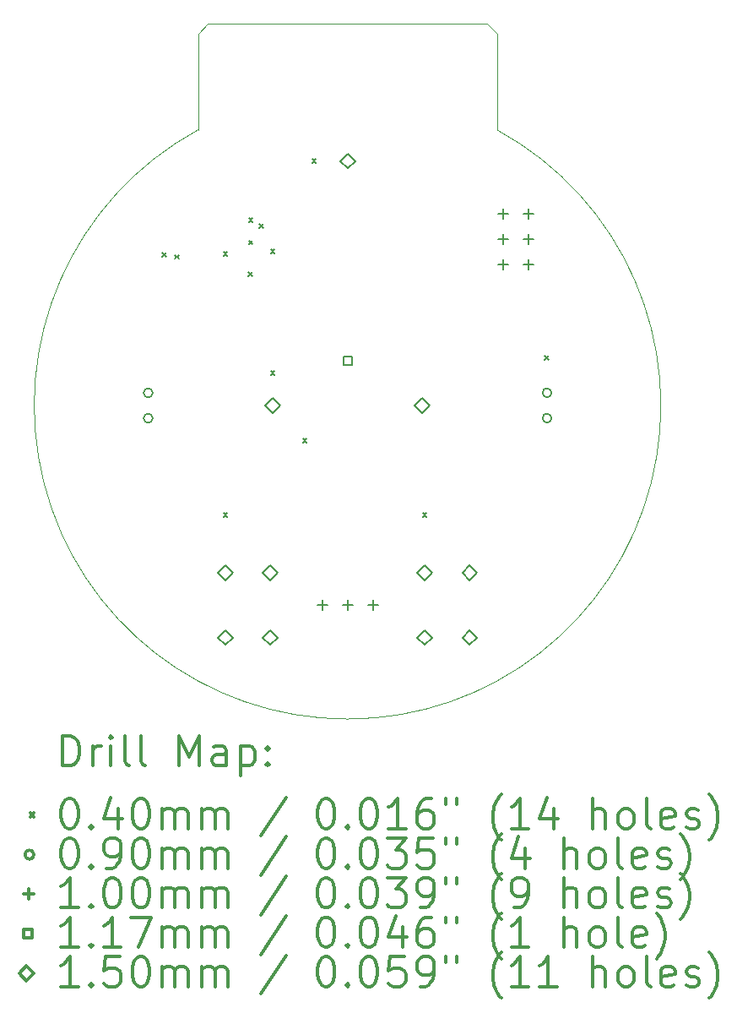
<source format=gbr>
%FSLAX45Y45*%
G04 Gerber Fmt 4.5, Leading zero omitted, Abs format (unit mm)*
G04 Created by KiCad (PCBNEW (5.1.6)-1) date 2020-10-13 14:36:52*
%MOMM*%
%LPD*%
G01*
G04 APERTURE LIST*
%TA.AperFunction,Profile*%
%ADD10C,0.050000*%
%TD*%
%ADD11C,0.200000*%
%ADD12C,0.300000*%
G04 APERTURE END LIST*
D10*
X11500000Y-7239000D02*
G75*
G02*
X8500000Y-7239000I-1500000J-2761000D01*
G01*
X11400000Y-6177800D02*
X11500000Y-6277800D01*
X8600000Y-6177800D02*
X8500000Y-6277800D01*
X11500000Y-6277800D02*
X11500000Y-7239000D01*
X8600000Y-6177800D02*
X11400000Y-6177800D01*
X8500000Y-6277800D02*
X8500000Y-7239000D01*
D11*
X8140936Y-8467974D02*
X8180936Y-8507974D01*
X8180936Y-8467974D02*
X8140936Y-8507974D01*
X8265560Y-8490068D02*
X8305560Y-8530068D01*
X8305560Y-8490068D02*
X8265560Y-8530068D01*
X8755000Y-8462500D02*
X8795000Y-8502500D01*
X8795000Y-8462500D02*
X8755000Y-8502500D01*
X8755000Y-11077500D02*
X8795000Y-11117500D01*
X8795000Y-11077500D02*
X8755000Y-11117500D01*
X9005000Y-8665000D02*
X9045000Y-8705000D01*
X9045000Y-8665000D02*
X9005000Y-8705000D01*
X9010000Y-8347500D02*
X9050000Y-8387500D01*
X9050000Y-8347500D02*
X9010000Y-8387500D01*
X9010015Y-8119985D02*
X9050015Y-8159985D01*
X9050015Y-8119985D02*
X9010015Y-8159985D01*
X9117500Y-8182500D02*
X9157500Y-8222500D01*
X9157500Y-8182500D02*
X9117500Y-8222500D01*
X9230000Y-8435000D02*
X9270000Y-8475000D01*
X9270000Y-8435000D02*
X9230000Y-8475000D01*
X9230000Y-9657500D02*
X9270000Y-9697500D01*
X9270000Y-9657500D02*
X9230000Y-9697500D01*
X9550000Y-10335000D02*
X9590000Y-10375000D01*
X9590000Y-10335000D02*
X9550000Y-10375000D01*
X9645000Y-7530000D02*
X9685000Y-7570000D01*
X9685000Y-7530000D02*
X9645000Y-7570000D01*
X10752500Y-11077500D02*
X10792500Y-11117500D01*
X10792500Y-11077500D02*
X10752500Y-11117500D01*
X11977500Y-9502500D02*
X12017500Y-9542500D01*
X12017500Y-9502500D02*
X11977500Y-9542500D01*
X8045000Y-9873000D02*
G75*
G03*
X8045000Y-9873000I-45000J0D01*
G01*
X8045000Y-10127000D02*
G75*
G03*
X8045000Y-10127000I-45000J0D01*
G01*
X12045000Y-9873000D02*
G75*
G03*
X12045000Y-9873000I-45000J0D01*
G01*
X12045000Y-10127000D02*
G75*
G03*
X12045000Y-10127000I-45000J0D01*
G01*
X11557500Y-8027200D02*
X11557500Y-8127200D01*
X11507500Y-8077200D02*
X11607500Y-8077200D01*
X11557500Y-8281200D02*
X11557500Y-8381200D01*
X11507500Y-8331200D02*
X11607500Y-8331200D01*
X11557500Y-8535200D02*
X11557500Y-8635200D01*
X11507500Y-8585200D02*
X11607500Y-8585200D01*
X11811500Y-8027200D02*
X11811500Y-8127200D01*
X11761500Y-8077200D02*
X11861500Y-8077200D01*
X11811500Y-8281200D02*
X11811500Y-8381200D01*
X11761500Y-8331200D02*
X11861500Y-8331200D01*
X11811500Y-8535200D02*
X11811500Y-8635200D01*
X11761500Y-8585200D02*
X11861500Y-8585200D01*
X9752000Y-11950000D02*
X9752000Y-12050000D01*
X9702000Y-12000000D02*
X9802000Y-12000000D01*
X10006000Y-11950000D02*
X10006000Y-12050000D01*
X9956000Y-12000000D02*
X10056000Y-12000000D01*
X10260000Y-11950000D02*
X10260000Y-12050000D01*
X10210000Y-12000000D02*
X10310000Y-12000000D01*
X10041366Y-9591766D02*
X10041366Y-9509034D01*
X9958634Y-9509034D01*
X9958634Y-9591766D01*
X10041366Y-9591766D01*
X10775000Y-11750000D02*
X10850000Y-11675000D01*
X10775000Y-11600000D01*
X10700000Y-11675000D01*
X10775000Y-11750000D01*
X10775000Y-12400000D02*
X10850000Y-12325000D01*
X10775000Y-12250000D01*
X10700000Y-12325000D01*
X10775000Y-12400000D01*
X11225000Y-11750000D02*
X11300000Y-11675000D01*
X11225000Y-11600000D01*
X11150000Y-11675000D01*
X11225000Y-11750000D01*
X11225000Y-12400000D02*
X11300000Y-12325000D01*
X11225000Y-12250000D01*
X11150000Y-12325000D01*
X11225000Y-12400000D01*
X10000000Y-7625400D02*
X10075000Y-7550400D01*
X10000000Y-7475400D01*
X9925000Y-7550400D01*
X10000000Y-7625400D01*
X8775000Y-11750000D02*
X8850000Y-11675000D01*
X8775000Y-11600000D01*
X8700000Y-11675000D01*
X8775000Y-11750000D01*
X8775000Y-12400000D02*
X8850000Y-12325000D01*
X8775000Y-12250000D01*
X8700000Y-12325000D01*
X8775000Y-12400000D01*
X9225000Y-11750000D02*
X9300000Y-11675000D01*
X9225000Y-11600000D01*
X9150000Y-11675000D01*
X9225000Y-11750000D01*
X9225000Y-12400000D02*
X9300000Y-12325000D01*
X9225000Y-12250000D01*
X9150000Y-12325000D01*
X9225000Y-12400000D01*
X9250000Y-10075000D02*
X9325000Y-10000000D01*
X9250000Y-9925000D01*
X9175000Y-10000000D01*
X9250000Y-10075000D01*
X10750000Y-10075000D02*
X10825000Y-10000000D01*
X10750000Y-9925000D01*
X10675000Y-10000000D01*
X10750000Y-10075000D01*
D12*
X7141776Y-13610367D02*
X7141776Y-13310367D01*
X7213205Y-13310367D01*
X7256062Y-13324652D01*
X7284633Y-13353224D01*
X7298919Y-13381795D01*
X7313205Y-13438938D01*
X7313205Y-13481795D01*
X7298919Y-13538938D01*
X7284633Y-13567509D01*
X7256062Y-13596081D01*
X7213205Y-13610367D01*
X7141776Y-13610367D01*
X7441776Y-13610367D02*
X7441776Y-13410367D01*
X7441776Y-13467509D02*
X7456062Y-13438938D01*
X7470348Y-13424652D01*
X7498919Y-13410367D01*
X7527490Y-13410367D01*
X7627490Y-13610367D02*
X7627490Y-13410367D01*
X7627490Y-13310367D02*
X7613205Y-13324652D01*
X7627490Y-13338938D01*
X7641776Y-13324652D01*
X7627490Y-13310367D01*
X7627490Y-13338938D01*
X7813205Y-13610367D02*
X7784633Y-13596081D01*
X7770348Y-13567509D01*
X7770348Y-13310367D01*
X7970348Y-13610367D02*
X7941776Y-13596081D01*
X7927490Y-13567509D01*
X7927490Y-13310367D01*
X8313205Y-13610367D02*
X8313205Y-13310367D01*
X8413205Y-13524652D01*
X8513205Y-13310367D01*
X8513205Y-13610367D01*
X8784633Y-13610367D02*
X8784633Y-13453224D01*
X8770348Y-13424652D01*
X8741776Y-13410367D01*
X8684633Y-13410367D01*
X8656062Y-13424652D01*
X8784633Y-13596081D02*
X8756062Y-13610367D01*
X8684633Y-13610367D01*
X8656062Y-13596081D01*
X8641776Y-13567509D01*
X8641776Y-13538938D01*
X8656062Y-13510367D01*
X8684633Y-13496081D01*
X8756062Y-13496081D01*
X8784633Y-13481795D01*
X8927490Y-13410367D02*
X8927490Y-13710367D01*
X8927490Y-13424652D02*
X8956062Y-13410367D01*
X9013205Y-13410367D01*
X9041776Y-13424652D01*
X9056062Y-13438938D01*
X9070348Y-13467509D01*
X9070348Y-13553224D01*
X9056062Y-13581795D01*
X9041776Y-13596081D01*
X9013205Y-13610367D01*
X8956062Y-13610367D01*
X8927490Y-13596081D01*
X9198919Y-13581795D02*
X9213205Y-13596081D01*
X9198919Y-13610367D01*
X9184633Y-13596081D01*
X9198919Y-13581795D01*
X9198919Y-13610367D01*
X9198919Y-13424652D02*
X9213205Y-13438938D01*
X9198919Y-13453224D01*
X9184633Y-13438938D01*
X9198919Y-13424652D01*
X9198919Y-13453224D01*
X6815348Y-14084652D02*
X6855348Y-14124652D01*
X6855348Y-14084652D02*
X6815348Y-14124652D01*
X7198919Y-13940367D02*
X7227490Y-13940367D01*
X7256062Y-13954652D01*
X7270348Y-13968938D01*
X7284633Y-13997509D01*
X7298919Y-14054652D01*
X7298919Y-14126081D01*
X7284633Y-14183224D01*
X7270348Y-14211795D01*
X7256062Y-14226081D01*
X7227490Y-14240367D01*
X7198919Y-14240367D01*
X7170348Y-14226081D01*
X7156062Y-14211795D01*
X7141776Y-14183224D01*
X7127490Y-14126081D01*
X7127490Y-14054652D01*
X7141776Y-13997509D01*
X7156062Y-13968938D01*
X7170348Y-13954652D01*
X7198919Y-13940367D01*
X7427490Y-14211795D02*
X7441776Y-14226081D01*
X7427490Y-14240367D01*
X7413205Y-14226081D01*
X7427490Y-14211795D01*
X7427490Y-14240367D01*
X7698919Y-14040367D02*
X7698919Y-14240367D01*
X7627490Y-13926081D02*
X7556062Y-14140367D01*
X7741776Y-14140367D01*
X7913205Y-13940367D02*
X7941776Y-13940367D01*
X7970348Y-13954652D01*
X7984633Y-13968938D01*
X7998919Y-13997509D01*
X8013205Y-14054652D01*
X8013205Y-14126081D01*
X7998919Y-14183224D01*
X7984633Y-14211795D01*
X7970348Y-14226081D01*
X7941776Y-14240367D01*
X7913205Y-14240367D01*
X7884633Y-14226081D01*
X7870348Y-14211795D01*
X7856062Y-14183224D01*
X7841776Y-14126081D01*
X7841776Y-14054652D01*
X7856062Y-13997509D01*
X7870348Y-13968938D01*
X7884633Y-13954652D01*
X7913205Y-13940367D01*
X8141776Y-14240367D02*
X8141776Y-14040367D01*
X8141776Y-14068938D02*
X8156062Y-14054652D01*
X8184633Y-14040367D01*
X8227490Y-14040367D01*
X8256062Y-14054652D01*
X8270348Y-14083224D01*
X8270348Y-14240367D01*
X8270348Y-14083224D02*
X8284633Y-14054652D01*
X8313205Y-14040367D01*
X8356062Y-14040367D01*
X8384633Y-14054652D01*
X8398919Y-14083224D01*
X8398919Y-14240367D01*
X8541776Y-14240367D02*
X8541776Y-14040367D01*
X8541776Y-14068938D02*
X8556062Y-14054652D01*
X8584633Y-14040367D01*
X8627490Y-14040367D01*
X8656062Y-14054652D01*
X8670348Y-14083224D01*
X8670348Y-14240367D01*
X8670348Y-14083224D02*
X8684633Y-14054652D01*
X8713205Y-14040367D01*
X8756062Y-14040367D01*
X8784633Y-14054652D01*
X8798919Y-14083224D01*
X8798919Y-14240367D01*
X9384633Y-13926081D02*
X9127490Y-14311795D01*
X9770348Y-13940367D02*
X9798919Y-13940367D01*
X9827490Y-13954652D01*
X9841776Y-13968938D01*
X9856062Y-13997509D01*
X9870348Y-14054652D01*
X9870348Y-14126081D01*
X9856062Y-14183224D01*
X9841776Y-14211795D01*
X9827490Y-14226081D01*
X9798919Y-14240367D01*
X9770348Y-14240367D01*
X9741776Y-14226081D01*
X9727490Y-14211795D01*
X9713205Y-14183224D01*
X9698919Y-14126081D01*
X9698919Y-14054652D01*
X9713205Y-13997509D01*
X9727490Y-13968938D01*
X9741776Y-13954652D01*
X9770348Y-13940367D01*
X9998919Y-14211795D02*
X10013205Y-14226081D01*
X9998919Y-14240367D01*
X9984633Y-14226081D01*
X9998919Y-14211795D01*
X9998919Y-14240367D01*
X10198919Y-13940367D02*
X10227490Y-13940367D01*
X10256062Y-13954652D01*
X10270348Y-13968938D01*
X10284633Y-13997509D01*
X10298919Y-14054652D01*
X10298919Y-14126081D01*
X10284633Y-14183224D01*
X10270348Y-14211795D01*
X10256062Y-14226081D01*
X10227490Y-14240367D01*
X10198919Y-14240367D01*
X10170348Y-14226081D01*
X10156062Y-14211795D01*
X10141776Y-14183224D01*
X10127490Y-14126081D01*
X10127490Y-14054652D01*
X10141776Y-13997509D01*
X10156062Y-13968938D01*
X10170348Y-13954652D01*
X10198919Y-13940367D01*
X10584633Y-14240367D02*
X10413205Y-14240367D01*
X10498919Y-14240367D02*
X10498919Y-13940367D01*
X10470348Y-13983224D01*
X10441776Y-14011795D01*
X10413205Y-14026081D01*
X10841776Y-13940367D02*
X10784633Y-13940367D01*
X10756062Y-13954652D01*
X10741776Y-13968938D01*
X10713205Y-14011795D01*
X10698919Y-14068938D01*
X10698919Y-14183224D01*
X10713205Y-14211795D01*
X10727490Y-14226081D01*
X10756062Y-14240367D01*
X10813205Y-14240367D01*
X10841776Y-14226081D01*
X10856062Y-14211795D01*
X10870348Y-14183224D01*
X10870348Y-14111795D01*
X10856062Y-14083224D01*
X10841776Y-14068938D01*
X10813205Y-14054652D01*
X10756062Y-14054652D01*
X10727490Y-14068938D01*
X10713205Y-14083224D01*
X10698919Y-14111795D01*
X10984633Y-13940367D02*
X10984633Y-13997509D01*
X11098919Y-13940367D02*
X11098919Y-13997509D01*
X11541776Y-14354652D02*
X11527490Y-14340367D01*
X11498919Y-14297509D01*
X11484633Y-14268938D01*
X11470348Y-14226081D01*
X11456062Y-14154652D01*
X11456062Y-14097509D01*
X11470348Y-14026081D01*
X11484633Y-13983224D01*
X11498919Y-13954652D01*
X11527490Y-13911795D01*
X11541776Y-13897509D01*
X11813205Y-14240367D02*
X11641776Y-14240367D01*
X11727490Y-14240367D02*
X11727490Y-13940367D01*
X11698919Y-13983224D01*
X11670348Y-14011795D01*
X11641776Y-14026081D01*
X12070348Y-14040367D02*
X12070348Y-14240367D01*
X11998919Y-13926081D02*
X11927490Y-14140367D01*
X12113205Y-14140367D01*
X12456062Y-14240367D02*
X12456062Y-13940367D01*
X12584633Y-14240367D02*
X12584633Y-14083224D01*
X12570348Y-14054652D01*
X12541776Y-14040367D01*
X12498919Y-14040367D01*
X12470348Y-14054652D01*
X12456062Y-14068938D01*
X12770348Y-14240367D02*
X12741776Y-14226081D01*
X12727490Y-14211795D01*
X12713205Y-14183224D01*
X12713205Y-14097509D01*
X12727490Y-14068938D01*
X12741776Y-14054652D01*
X12770348Y-14040367D01*
X12813205Y-14040367D01*
X12841776Y-14054652D01*
X12856062Y-14068938D01*
X12870348Y-14097509D01*
X12870348Y-14183224D01*
X12856062Y-14211795D01*
X12841776Y-14226081D01*
X12813205Y-14240367D01*
X12770348Y-14240367D01*
X13041776Y-14240367D02*
X13013205Y-14226081D01*
X12998919Y-14197509D01*
X12998919Y-13940367D01*
X13270348Y-14226081D02*
X13241776Y-14240367D01*
X13184633Y-14240367D01*
X13156062Y-14226081D01*
X13141776Y-14197509D01*
X13141776Y-14083224D01*
X13156062Y-14054652D01*
X13184633Y-14040367D01*
X13241776Y-14040367D01*
X13270348Y-14054652D01*
X13284633Y-14083224D01*
X13284633Y-14111795D01*
X13141776Y-14140367D01*
X13398919Y-14226081D02*
X13427490Y-14240367D01*
X13484633Y-14240367D01*
X13513205Y-14226081D01*
X13527490Y-14197509D01*
X13527490Y-14183224D01*
X13513205Y-14154652D01*
X13484633Y-14140367D01*
X13441776Y-14140367D01*
X13413205Y-14126081D01*
X13398919Y-14097509D01*
X13398919Y-14083224D01*
X13413205Y-14054652D01*
X13441776Y-14040367D01*
X13484633Y-14040367D01*
X13513205Y-14054652D01*
X13627490Y-14354652D02*
X13641776Y-14340367D01*
X13670348Y-14297509D01*
X13684633Y-14268938D01*
X13698919Y-14226081D01*
X13713205Y-14154652D01*
X13713205Y-14097509D01*
X13698919Y-14026081D01*
X13684633Y-13983224D01*
X13670348Y-13954652D01*
X13641776Y-13911795D01*
X13627490Y-13897509D01*
X6855348Y-14500652D02*
G75*
G03*
X6855348Y-14500652I-45000J0D01*
G01*
X7198919Y-14336367D02*
X7227490Y-14336367D01*
X7256062Y-14350652D01*
X7270348Y-14364938D01*
X7284633Y-14393509D01*
X7298919Y-14450652D01*
X7298919Y-14522081D01*
X7284633Y-14579224D01*
X7270348Y-14607795D01*
X7256062Y-14622081D01*
X7227490Y-14636367D01*
X7198919Y-14636367D01*
X7170348Y-14622081D01*
X7156062Y-14607795D01*
X7141776Y-14579224D01*
X7127490Y-14522081D01*
X7127490Y-14450652D01*
X7141776Y-14393509D01*
X7156062Y-14364938D01*
X7170348Y-14350652D01*
X7198919Y-14336367D01*
X7427490Y-14607795D02*
X7441776Y-14622081D01*
X7427490Y-14636367D01*
X7413205Y-14622081D01*
X7427490Y-14607795D01*
X7427490Y-14636367D01*
X7584633Y-14636367D02*
X7641776Y-14636367D01*
X7670348Y-14622081D01*
X7684633Y-14607795D01*
X7713205Y-14564938D01*
X7727490Y-14507795D01*
X7727490Y-14393509D01*
X7713205Y-14364938D01*
X7698919Y-14350652D01*
X7670348Y-14336367D01*
X7613205Y-14336367D01*
X7584633Y-14350652D01*
X7570348Y-14364938D01*
X7556062Y-14393509D01*
X7556062Y-14464938D01*
X7570348Y-14493509D01*
X7584633Y-14507795D01*
X7613205Y-14522081D01*
X7670348Y-14522081D01*
X7698919Y-14507795D01*
X7713205Y-14493509D01*
X7727490Y-14464938D01*
X7913205Y-14336367D02*
X7941776Y-14336367D01*
X7970348Y-14350652D01*
X7984633Y-14364938D01*
X7998919Y-14393509D01*
X8013205Y-14450652D01*
X8013205Y-14522081D01*
X7998919Y-14579224D01*
X7984633Y-14607795D01*
X7970348Y-14622081D01*
X7941776Y-14636367D01*
X7913205Y-14636367D01*
X7884633Y-14622081D01*
X7870348Y-14607795D01*
X7856062Y-14579224D01*
X7841776Y-14522081D01*
X7841776Y-14450652D01*
X7856062Y-14393509D01*
X7870348Y-14364938D01*
X7884633Y-14350652D01*
X7913205Y-14336367D01*
X8141776Y-14636367D02*
X8141776Y-14436367D01*
X8141776Y-14464938D02*
X8156062Y-14450652D01*
X8184633Y-14436367D01*
X8227490Y-14436367D01*
X8256062Y-14450652D01*
X8270348Y-14479224D01*
X8270348Y-14636367D01*
X8270348Y-14479224D02*
X8284633Y-14450652D01*
X8313205Y-14436367D01*
X8356062Y-14436367D01*
X8384633Y-14450652D01*
X8398919Y-14479224D01*
X8398919Y-14636367D01*
X8541776Y-14636367D02*
X8541776Y-14436367D01*
X8541776Y-14464938D02*
X8556062Y-14450652D01*
X8584633Y-14436367D01*
X8627490Y-14436367D01*
X8656062Y-14450652D01*
X8670348Y-14479224D01*
X8670348Y-14636367D01*
X8670348Y-14479224D02*
X8684633Y-14450652D01*
X8713205Y-14436367D01*
X8756062Y-14436367D01*
X8784633Y-14450652D01*
X8798919Y-14479224D01*
X8798919Y-14636367D01*
X9384633Y-14322081D02*
X9127490Y-14707795D01*
X9770348Y-14336367D02*
X9798919Y-14336367D01*
X9827490Y-14350652D01*
X9841776Y-14364938D01*
X9856062Y-14393509D01*
X9870348Y-14450652D01*
X9870348Y-14522081D01*
X9856062Y-14579224D01*
X9841776Y-14607795D01*
X9827490Y-14622081D01*
X9798919Y-14636367D01*
X9770348Y-14636367D01*
X9741776Y-14622081D01*
X9727490Y-14607795D01*
X9713205Y-14579224D01*
X9698919Y-14522081D01*
X9698919Y-14450652D01*
X9713205Y-14393509D01*
X9727490Y-14364938D01*
X9741776Y-14350652D01*
X9770348Y-14336367D01*
X9998919Y-14607795D02*
X10013205Y-14622081D01*
X9998919Y-14636367D01*
X9984633Y-14622081D01*
X9998919Y-14607795D01*
X9998919Y-14636367D01*
X10198919Y-14336367D02*
X10227490Y-14336367D01*
X10256062Y-14350652D01*
X10270348Y-14364938D01*
X10284633Y-14393509D01*
X10298919Y-14450652D01*
X10298919Y-14522081D01*
X10284633Y-14579224D01*
X10270348Y-14607795D01*
X10256062Y-14622081D01*
X10227490Y-14636367D01*
X10198919Y-14636367D01*
X10170348Y-14622081D01*
X10156062Y-14607795D01*
X10141776Y-14579224D01*
X10127490Y-14522081D01*
X10127490Y-14450652D01*
X10141776Y-14393509D01*
X10156062Y-14364938D01*
X10170348Y-14350652D01*
X10198919Y-14336367D01*
X10398919Y-14336367D02*
X10584633Y-14336367D01*
X10484633Y-14450652D01*
X10527490Y-14450652D01*
X10556062Y-14464938D01*
X10570348Y-14479224D01*
X10584633Y-14507795D01*
X10584633Y-14579224D01*
X10570348Y-14607795D01*
X10556062Y-14622081D01*
X10527490Y-14636367D01*
X10441776Y-14636367D01*
X10413205Y-14622081D01*
X10398919Y-14607795D01*
X10856062Y-14336367D02*
X10713205Y-14336367D01*
X10698919Y-14479224D01*
X10713205Y-14464938D01*
X10741776Y-14450652D01*
X10813205Y-14450652D01*
X10841776Y-14464938D01*
X10856062Y-14479224D01*
X10870348Y-14507795D01*
X10870348Y-14579224D01*
X10856062Y-14607795D01*
X10841776Y-14622081D01*
X10813205Y-14636367D01*
X10741776Y-14636367D01*
X10713205Y-14622081D01*
X10698919Y-14607795D01*
X10984633Y-14336367D02*
X10984633Y-14393509D01*
X11098919Y-14336367D02*
X11098919Y-14393509D01*
X11541776Y-14750652D02*
X11527490Y-14736367D01*
X11498919Y-14693509D01*
X11484633Y-14664938D01*
X11470348Y-14622081D01*
X11456062Y-14550652D01*
X11456062Y-14493509D01*
X11470348Y-14422081D01*
X11484633Y-14379224D01*
X11498919Y-14350652D01*
X11527490Y-14307795D01*
X11541776Y-14293509D01*
X11784633Y-14436367D02*
X11784633Y-14636367D01*
X11713205Y-14322081D02*
X11641776Y-14536367D01*
X11827490Y-14536367D01*
X12170348Y-14636367D02*
X12170348Y-14336367D01*
X12298919Y-14636367D02*
X12298919Y-14479224D01*
X12284633Y-14450652D01*
X12256062Y-14436367D01*
X12213205Y-14436367D01*
X12184633Y-14450652D01*
X12170348Y-14464938D01*
X12484633Y-14636367D02*
X12456062Y-14622081D01*
X12441776Y-14607795D01*
X12427490Y-14579224D01*
X12427490Y-14493509D01*
X12441776Y-14464938D01*
X12456062Y-14450652D01*
X12484633Y-14436367D01*
X12527490Y-14436367D01*
X12556062Y-14450652D01*
X12570348Y-14464938D01*
X12584633Y-14493509D01*
X12584633Y-14579224D01*
X12570348Y-14607795D01*
X12556062Y-14622081D01*
X12527490Y-14636367D01*
X12484633Y-14636367D01*
X12756062Y-14636367D02*
X12727490Y-14622081D01*
X12713205Y-14593509D01*
X12713205Y-14336367D01*
X12984633Y-14622081D02*
X12956062Y-14636367D01*
X12898919Y-14636367D01*
X12870348Y-14622081D01*
X12856062Y-14593509D01*
X12856062Y-14479224D01*
X12870348Y-14450652D01*
X12898919Y-14436367D01*
X12956062Y-14436367D01*
X12984633Y-14450652D01*
X12998919Y-14479224D01*
X12998919Y-14507795D01*
X12856062Y-14536367D01*
X13113205Y-14622081D02*
X13141776Y-14636367D01*
X13198919Y-14636367D01*
X13227490Y-14622081D01*
X13241776Y-14593509D01*
X13241776Y-14579224D01*
X13227490Y-14550652D01*
X13198919Y-14536367D01*
X13156062Y-14536367D01*
X13127490Y-14522081D01*
X13113205Y-14493509D01*
X13113205Y-14479224D01*
X13127490Y-14450652D01*
X13156062Y-14436367D01*
X13198919Y-14436367D01*
X13227490Y-14450652D01*
X13341776Y-14750652D02*
X13356062Y-14736367D01*
X13384633Y-14693509D01*
X13398919Y-14664938D01*
X13413205Y-14622081D01*
X13427490Y-14550652D01*
X13427490Y-14493509D01*
X13413205Y-14422081D01*
X13398919Y-14379224D01*
X13384633Y-14350652D01*
X13356062Y-14307795D01*
X13341776Y-14293509D01*
X6805348Y-14846652D02*
X6805348Y-14946652D01*
X6755348Y-14896652D02*
X6855348Y-14896652D01*
X7298919Y-15032367D02*
X7127490Y-15032367D01*
X7213205Y-15032367D02*
X7213205Y-14732367D01*
X7184633Y-14775224D01*
X7156062Y-14803795D01*
X7127490Y-14818081D01*
X7427490Y-15003795D02*
X7441776Y-15018081D01*
X7427490Y-15032367D01*
X7413205Y-15018081D01*
X7427490Y-15003795D01*
X7427490Y-15032367D01*
X7627490Y-14732367D02*
X7656062Y-14732367D01*
X7684633Y-14746652D01*
X7698919Y-14760938D01*
X7713205Y-14789509D01*
X7727490Y-14846652D01*
X7727490Y-14918081D01*
X7713205Y-14975224D01*
X7698919Y-15003795D01*
X7684633Y-15018081D01*
X7656062Y-15032367D01*
X7627490Y-15032367D01*
X7598919Y-15018081D01*
X7584633Y-15003795D01*
X7570348Y-14975224D01*
X7556062Y-14918081D01*
X7556062Y-14846652D01*
X7570348Y-14789509D01*
X7584633Y-14760938D01*
X7598919Y-14746652D01*
X7627490Y-14732367D01*
X7913205Y-14732367D02*
X7941776Y-14732367D01*
X7970348Y-14746652D01*
X7984633Y-14760938D01*
X7998919Y-14789509D01*
X8013205Y-14846652D01*
X8013205Y-14918081D01*
X7998919Y-14975224D01*
X7984633Y-15003795D01*
X7970348Y-15018081D01*
X7941776Y-15032367D01*
X7913205Y-15032367D01*
X7884633Y-15018081D01*
X7870348Y-15003795D01*
X7856062Y-14975224D01*
X7841776Y-14918081D01*
X7841776Y-14846652D01*
X7856062Y-14789509D01*
X7870348Y-14760938D01*
X7884633Y-14746652D01*
X7913205Y-14732367D01*
X8141776Y-15032367D02*
X8141776Y-14832367D01*
X8141776Y-14860938D02*
X8156062Y-14846652D01*
X8184633Y-14832367D01*
X8227490Y-14832367D01*
X8256062Y-14846652D01*
X8270348Y-14875224D01*
X8270348Y-15032367D01*
X8270348Y-14875224D02*
X8284633Y-14846652D01*
X8313205Y-14832367D01*
X8356062Y-14832367D01*
X8384633Y-14846652D01*
X8398919Y-14875224D01*
X8398919Y-15032367D01*
X8541776Y-15032367D02*
X8541776Y-14832367D01*
X8541776Y-14860938D02*
X8556062Y-14846652D01*
X8584633Y-14832367D01*
X8627490Y-14832367D01*
X8656062Y-14846652D01*
X8670348Y-14875224D01*
X8670348Y-15032367D01*
X8670348Y-14875224D02*
X8684633Y-14846652D01*
X8713205Y-14832367D01*
X8756062Y-14832367D01*
X8784633Y-14846652D01*
X8798919Y-14875224D01*
X8798919Y-15032367D01*
X9384633Y-14718081D02*
X9127490Y-15103795D01*
X9770348Y-14732367D02*
X9798919Y-14732367D01*
X9827490Y-14746652D01*
X9841776Y-14760938D01*
X9856062Y-14789509D01*
X9870348Y-14846652D01*
X9870348Y-14918081D01*
X9856062Y-14975224D01*
X9841776Y-15003795D01*
X9827490Y-15018081D01*
X9798919Y-15032367D01*
X9770348Y-15032367D01*
X9741776Y-15018081D01*
X9727490Y-15003795D01*
X9713205Y-14975224D01*
X9698919Y-14918081D01*
X9698919Y-14846652D01*
X9713205Y-14789509D01*
X9727490Y-14760938D01*
X9741776Y-14746652D01*
X9770348Y-14732367D01*
X9998919Y-15003795D02*
X10013205Y-15018081D01*
X9998919Y-15032367D01*
X9984633Y-15018081D01*
X9998919Y-15003795D01*
X9998919Y-15032367D01*
X10198919Y-14732367D02*
X10227490Y-14732367D01*
X10256062Y-14746652D01*
X10270348Y-14760938D01*
X10284633Y-14789509D01*
X10298919Y-14846652D01*
X10298919Y-14918081D01*
X10284633Y-14975224D01*
X10270348Y-15003795D01*
X10256062Y-15018081D01*
X10227490Y-15032367D01*
X10198919Y-15032367D01*
X10170348Y-15018081D01*
X10156062Y-15003795D01*
X10141776Y-14975224D01*
X10127490Y-14918081D01*
X10127490Y-14846652D01*
X10141776Y-14789509D01*
X10156062Y-14760938D01*
X10170348Y-14746652D01*
X10198919Y-14732367D01*
X10398919Y-14732367D02*
X10584633Y-14732367D01*
X10484633Y-14846652D01*
X10527490Y-14846652D01*
X10556062Y-14860938D01*
X10570348Y-14875224D01*
X10584633Y-14903795D01*
X10584633Y-14975224D01*
X10570348Y-15003795D01*
X10556062Y-15018081D01*
X10527490Y-15032367D01*
X10441776Y-15032367D01*
X10413205Y-15018081D01*
X10398919Y-15003795D01*
X10727490Y-15032367D02*
X10784633Y-15032367D01*
X10813205Y-15018081D01*
X10827490Y-15003795D01*
X10856062Y-14960938D01*
X10870348Y-14903795D01*
X10870348Y-14789509D01*
X10856062Y-14760938D01*
X10841776Y-14746652D01*
X10813205Y-14732367D01*
X10756062Y-14732367D01*
X10727490Y-14746652D01*
X10713205Y-14760938D01*
X10698919Y-14789509D01*
X10698919Y-14860938D01*
X10713205Y-14889509D01*
X10727490Y-14903795D01*
X10756062Y-14918081D01*
X10813205Y-14918081D01*
X10841776Y-14903795D01*
X10856062Y-14889509D01*
X10870348Y-14860938D01*
X10984633Y-14732367D02*
X10984633Y-14789509D01*
X11098919Y-14732367D02*
X11098919Y-14789509D01*
X11541776Y-15146652D02*
X11527490Y-15132367D01*
X11498919Y-15089509D01*
X11484633Y-15060938D01*
X11470348Y-15018081D01*
X11456062Y-14946652D01*
X11456062Y-14889509D01*
X11470348Y-14818081D01*
X11484633Y-14775224D01*
X11498919Y-14746652D01*
X11527490Y-14703795D01*
X11541776Y-14689509D01*
X11670348Y-15032367D02*
X11727490Y-15032367D01*
X11756062Y-15018081D01*
X11770348Y-15003795D01*
X11798919Y-14960938D01*
X11813205Y-14903795D01*
X11813205Y-14789509D01*
X11798919Y-14760938D01*
X11784633Y-14746652D01*
X11756062Y-14732367D01*
X11698919Y-14732367D01*
X11670348Y-14746652D01*
X11656062Y-14760938D01*
X11641776Y-14789509D01*
X11641776Y-14860938D01*
X11656062Y-14889509D01*
X11670348Y-14903795D01*
X11698919Y-14918081D01*
X11756062Y-14918081D01*
X11784633Y-14903795D01*
X11798919Y-14889509D01*
X11813205Y-14860938D01*
X12170348Y-15032367D02*
X12170348Y-14732367D01*
X12298919Y-15032367D02*
X12298919Y-14875224D01*
X12284633Y-14846652D01*
X12256062Y-14832367D01*
X12213205Y-14832367D01*
X12184633Y-14846652D01*
X12170348Y-14860938D01*
X12484633Y-15032367D02*
X12456062Y-15018081D01*
X12441776Y-15003795D01*
X12427490Y-14975224D01*
X12427490Y-14889509D01*
X12441776Y-14860938D01*
X12456062Y-14846652D01*
X12484633Y-14832367D01*
X12527490Y-14832367D01*
X12556062Y-14846652D01*
X12570348Y-14860938D01*
X12584633Y-14889509D01*
X12584633Y-14975224D01*
X12570348Y-15003795D01*
X12556062Y-15018081D01*
X12527490Y-15032367D01*
X12484633Y-15032367D01*
X12756062Y-15032367D02*
X12727490Y-15018081D01*
X12713205Y-14989509D01*
X12713205Y-14732367D01*
X12984633Y-15018081D02*
X12956062Y-15032367D01*
X12898919Y-15032367D01*
X12870348Y-15018081D01*
X12856062Y-14989509D01*
X12856062Y-14875224D01*
X12870348Y-14846652D01*
X12898919Y-14832367D01*
X12956062Y-14832367D01*
X12984633Y-14846652D01*
X12998919Y-14875224D01*
X12998919Y-14903795D01*
X12856062Y-14932367D01*
X13113205Y-15018081D02*
X13141776Y-15032367D01*
X13198919Y-15032367D01*
X13227490Y-15018081D01*
X13241776Y-14989509D01*
X13241776Y-14975224D01*
X13227490Y-14946652D01*
X13198919Y-14932367D01*
X13156062Y-14932367D01*
X13127490Y-14918081D01*
X13113205Y-14889509D01*
X13113205Y-14875224D01*
X13127490Y-14846652D01*
X13156062Y-14832367D01*
X13198919Y-14832367D01*
X13227490Y-14846652D01*
X13341776Y-15146652D02*
X13356062Y-15132367D01*
X13384633Y-15089509D01*
X13398919Y-15060938D01*
X13413205Y-15018081D01*
X13427490Y-14946652D01*
X13427490Y-14889509D01*
X13413205Y-14818081D01*
X13398919Y-14775224D01*
X13384633Y-14746652D01*
X13356062Y-14703795D01*
X13341776Y-14689509D01*
X6838214Y-15334018D02*
X6838214Y-15251286D01*
X6755481Y-15251286D01*
X6755481Y-15334018D01*
X6838214Y-15334018D01*
X7298919Y-15428367D02*
X7127490Y-15428367D01*
X7213205Y-15428367D02*
X7213205Y-15128367D01*
X7184633Y-15171224D01*
X7156062Y-15199795D01*
X7127490Y-15214081D01*
X7427490Y-15399795D02*
X7441776Y-15414081D01*
X7427490Y-15428367D01*
X7413205Y-15414081D01*
X7427490Y-15399795D01*
X7427490Y-15428367D01*
X7727490Y-15428367D02*
X7556062Y-15428367D01*
X7641776Y-15428367D02*
X7641776Y-15128367D01*
X7613205Y-15171224D01*
X7584633Y-15199795D01*
X7556062Y-15214081D01*
X7827490Y-15128367D02*
X8027490Y-15128367D01*
X7898919Y-15428367D01*
X8141776Y-15428367D02*
X8141776Y-15228367D01*
X8141776Y-15256938D02*
X8156062Y-15242652D01*
X8184633Y-15228367D01*
X8227490Y-15228367D01*
X8256062Y-15242652D01*
X8270348Y-15271224D01*
X8270348Y-15428367D01*
X8270348Y-15271224D02*
X8284633Y-15242652D01*
X8313205Y-15228367D01*
X8356062Y-15228367D01*
X8384633Y-15242652D01*
X8398919Y-15271224D01*
X8398919Y-15428367D01*
X8541776Y-15428367D02*
X8541776Y-15228367D01*
X8541776Y-15256938D02*
X8556062Y-15242652D01*
X8584633Y-15228367D01*
X8627490Y-15228367D01*
X8656062Y-15242652D01*
X8670348Y-15271224D01*
X8670348Y-15428367D01*
X8670348Y-15271224D02*
X8684633Y-15242652D01*
X8713205Y-15228367D01*
X8756062Y-15228367D01*
X8784633Y-15242652D01*
X8798919Y-15271224D01*
X8798919Y-15428367D01*
X9384633Y-15114081D02*
X9127490Y-15499795D01*
X9770348Y-15128367D02*
X9798919Y-15128367D01*
X9827490Y-15142652D01*
X9841776Y-15156938D01*
X9856062Y-15185509D01*
X9870348Y-15242652D01*
X9870348Y-15314081D01*
X9856062Y-15371224D01*
X9841776Y-15399795D01*
X9827490Y-15414081D01*
X9798919Y-15428367D01*
X9770348Y-15428367D01*
X9741776Y-15414081D01*
X9727490Y-15399795D01*
X9713205Y-15371224D01*
X9698919Y-15314081D01*
X9698919Y-15242652D01*
X9713205Y-15185509D01*
X9727490Y-15156938D01*
X9741776Y-15142652D01*
X9770348Y-15128367D01*
X9998919Y-15399795D02*
X10013205Y-15414081D01*
X9998919Y-15428367D01*
X9984633Y-15414081D01*
X9998919Y-15399795D01*
X9998919Y-15428367D01*
X10198919Y-15128367D02*
X10227490Y-15128367D01*
X10256062Y-15142652D01*
X10270348Y-15156938D01*
X10284633Y-15185509D01*
X10298919Y-15242652D01*
X10298919Y-15314081D01*
X10284633Y-15371224D01*
X10270348Y-15399795D01*
X10256062Y-15414081D01*
X10227490Y-15428367D01*
X10198919Y-15428367D01*
X10170348Y-15414081D01*
X10156062Y-15399795D01*
X10141776Y-15371224D01*
X10127490Y-15314081D01*
X10127490Y-15242652D01*
X10141776Y-15185509D01*
X10156062Y-15156938D01*
X10170348Y-15142652D01*
X10198919Y-15128367D01*
X10556062Y-15228367D02*
X10556062Y-15428367D01*
X10484633Y-15114081D02*
X10413205Y-15328367D01*
X10598919Y-15328367D01*
X10841776Y-15128367D02*
X10784633Y-15128367D01*
X10756062Y-15142652D01*
X10741776Y-15156938D01*
X10713205Y-15199795D01*
X10698919Y-15256938D01*
X10698919Y-15371224D01*
X10713205Y-15399795D01*
X10727490Y-15414081D01*
X10756062Y-15428367D01*
X10813205Y-15428367D01*
X10841776Y-15414081D01*
X10856062Y-15399795D01*
X10870348Y-15371224D01*
X10870348Y-15299795D01*
X10856062Y-15271224D01*
X10841776Y-15256938D01*
X10813205Y-15242652D01*
X10756062Y-15242652D01*
X10727490Y-15256938D01*
X10713205Y-15271224D01*
X10698919Y-15299795D01*
X10984633Y-15128367D02*
X10984633Y-15185509D01*
X11098919Y-15128367D02*
X11098919Y-15185509D01*
X11541776Y-15542652D02*
X11527490Y-15528367D01*
X11498919Y-15485509D01*
X11484633Y-15456938D01*
X11470348Y-15414081D01*
X11456062Y-15342652D01*
X11456062Y-15285509D01*
X11470348Y-15214081D01*
X11484633Y-15171224D01*
X11498919Y-15142652D01*
X11527490Y-15099795D01*
X11541776Y-15085509D01*
X11813205Y-15428367D02*
X11641776Y-15428367D01*
X11727490Y-15428367D02*
X11727490Y-15128367D01*
X11698919Y-15171224D01*
X11670348Y-15199795D01*
X11641776Y-15214081D01*
X12170348Y-15428367D02*
X12170348Y-15128367D01*
X12298919Y-15428367D02*
X12298919Y-15271224D01*
X12284633Y-15242652D01*
X12256062Y-15228367D01*
X12213205Y-15228367D01*
X12184633Y-15242652D01*
X12170348Y-15256938D01*
X12484633Y-15428367D02*
X12456062Y-15414081D01*
X12441776Y-15399795D01*
X12427490Y-15371224D01*
X12427490Y-15285509D01*
X12441776Y-15256938D01*
X12456062Y-15242652D01*
X12484633Y-15228367D01*
X12527490Y-15228367D01*
X12556062Y-15242652D01*
X12570348Y-15256938D01*
X12584633Y-15285509D01*
X12584633Y-15371224D01*
X12570348Y-15399795D01*
X12556062Y-15414081D01*
X12527490Y-15428367D01*
X12484633Y-15428367D01*
X12756062Y-15428367D02*
X12727490Y-15414081D01*
X12713205Y-15385509D01*
X12713205Y-15128367D01*
X12984633Y-15414081D02*
X12956062Y-15428367D01*
X12898919Y-15428367D01*
X12870348Y-15414081D01*
X12856062Y-15385509D01*
X12856062Y-15271224D01*
X12870348Y-15242652D01*
X12898919Y-15228367D01*
X12956062Y-15228367D01*
X12984633Y-15242652D01*
X12998919Y-15271224D01*
X12998919Y-15299795D01*
X12856062Y-15328367D01*
X13098919Y-15542652D02*
X13113205Y-15528367D01*
X13141776Y-15485509D01*
X13156062Y-15456938D01*
X13170348Y-15414081D01*
X13184633Y-15342652D01*
X13184633Y-15285509D01*
X13170348Y-15214081D01*
X13156062Y-15171224D01*
X13141776Y-15142652D01*
X13113205Y-15099795D01*
X13098919Y-15085509D01*
X6780348Y-15763652D02*
X6855348Y-15688652D01*
X6780348Y-15613652D01*
X6705348Y-15688652D01*
X6780348Y-15763652D01*
X7298919Y-15824367D02*
X7127490Y-15824367D01*
X7213205Y-15824367D02*
X7213205Y-15524367D01*
X7184633Y-15567224D01*
X7156062Y-15595795D01*
X7127490Y-15610081D01*
X7427490Y-15795795D02*
X7441776Y-15810081D01*
X7427490Y-15824367D01*
X7413205Y-15810081D01*
X7427490Y-15795795D01*
X7427490Y-15824367D01*
X7713205Y-15524367D02*
X7570348Y-15524367D01*
X7556062Y-15667224D01*
X7570348Y-15652938D01*
X7598919Y-15638652D01*
X7670348Y-15638652D01*
X7698919Y-15652938D01*
X7713205Y-15667224D01*
X7727490Y-15695795D01*
X7727490Y-15767224D01*
X7713205Y-15795795D01*
X7698919Y-15810081D01*
X7670348Y-15824367D01*
X7598919Y-15824367D01*
X7570348Y-15810081D01*
X7556062Y-15795795D01*
X7913205Y-15524367D02*
X7941776Y-15524367D01*
X7970348Y-15538652D01*
X7984633Y-15552938D01*
X7998919Y-15581509D01*
X8013205Y-15638652D01*
X8013205Y-15710081D01*
X7998919Y-15767224D01*
X7984633Y-15795795D01*
X7970348Y-15810081D01*
X7941776Y-15824367D01*
X7913205Y-15824367D01*
X7884633Y-15810081D01*
X7870348Y-15795795D01*
X7856062Y-15767224D01*
X7841776Y-15710081D01*
X7841776Y-15638652D01*
X7856062Y-15581509D01*
X7870348Y-15552938D01*
X7884633Y-15538652D01*
X7913205Y-15524367D01*
X8141776Y-15824367D02*
X8141776Y-15624367D01*
X8141776Y-15652938D02*
X8156062Y-15638652D01*
X8184633Y-15624367D01*
X8227490Y-15624367D01*
X8256062Y-15638652D01*
X8270348Y-15667224D01*
X8270348Y-15824367D01*
X8270348Y-15667224D02*
X8284633Y-15638652D01*
X8313205Y-15624367D01*
X8356062Y-15624367D01*
X8384633Y-15638652D01*
X8398919Y-15667224D01*
X8398919Y-15824367D01*
X8541776Y-15824367D02*
X8541776Y-15624367D01*
X8541776Y-15652938D02*
X8556062Y-15638652D01*
X8584633Y-15624367D01*
X8627490Y-15624367D01*
X8656062Y-15638652D01*
X8670348Y-15667224D01*
X8670348Y-15824367D01*
X8670348Y-15667224D02*
X8684633Y-15638652D01*
X8713205Y-15624367D01*
X8756062Y-15624367D01*
X8784633Y-15638652D01*
X8798919Y-15667224D01*
X8798919Y-15824367D01*
X9384633Y-15510081D02*
X9127490Y-15895795D01*
X9770348Y-15524367D02*
X9798919Y-15524367D01*
X9827490Y-15538652D01*
X9841776Y-15552938D01*
X9856062Y-15581509D01*
X9870348Y-15638652D01*
X9870348Y-15710081D01*
X9856062Y-15767224D01*
X9841776Y-15795795D01*
X9827490Y-15810081D01*
X9798919Y-15824367D01*
X9770348Y-15824367D01*
X9741776Y-15810081D01*
X9727490Y-15795795D01*
X9713205Y-15767224D01*
X9698919Y-15710081D01*
X9698919Y-15638652D01*
X9713205Y-15581509D01*
X9727490Y-15552938D01*
X9741776Y-15538652D01*
X9770348Y-15524367D01*
X9998919Y-15795795D02*
X10013205Y-15810081D01*
X9998919Y-15824367D01*
X9984633Y-15810081D01*
X9998919Y-15795795D01*
X9998919Y-15824367D01*
X10198919Y-15524367D02*
X10227490Y-15524367D01*
X10256062Y-15538652D01*
X10270348Y-15552938D01*
X10284633Y-15581509D01*
X10298919Y-15638652D01*
X10298919Y-15710081D01*
X10284633Y-15767224D01*
X10270348Y-15795795D01*
X10256062Y-15810081D01*
X10227490Y-15824367D01*
X10198919Y-15824367D01*
X10170348Y-15810081D01*
X10156062Y-15795795D01*
X10141776Y-15767224D01*
X10127490Y-15710081D01*
X10127490Y-15638652D01*
X10141776Y-15581509D01*
X10156062Y-15552938D01*
X10170348Y-15538652D01*
X10198919Y-15524367D01*
X10570348Y-15524367D02*
X10427490Y-15524367D01*
X10413205Y-15667224D01*
X10427490Y-15652938D01*
X10456062Y-15638652D01*
X10527490Y-15638652D01*
X10556062Y-15652938D01*
X10570348Y-15667224D01*
X10584633Y-15695795D01*
X10584633Y-15767224D01*
X10570348Y-15795795D01*
X10556062Y-15810081D01*
X10527490Y-15824367D01*
X10456062Y-15824367D01*
X10427490Y-15810081D01*
X10413205Y-15795795D01*
X10727490Y-15824367D02*
X10784633Y-15824367D01*
X10813205Y-15810081D01*
X10827490Y-15795795D01*
X10856062Y-15752938D01*
X10870348Y-15695795D01*
X10870348Y-15581509D01*
X10856062Y-15552938D01*
X10841776Y-15538652D01*
X10813205Y-15524367D01*
X10756062Y-15524367D01*
X10727490Y-15538652D01*
X10713205Y-15552938D01*
X10698919Y-15581509D01*
X10698919Y-15652938D01*
X10713205Y-15681509D01*
X10727490Y-15695795D01*
X10756062Y-15710081D01*
X10813205Y-15710081D01*
X10841776Y-15695795D01*
X10856062Y-15681509D01*
X10870348Y-15652938D01*
X10984633Y-15524367D02*
X10984633Y-15581509D01*
X11098919Y-15524367D02*
X11098919Y-15581509D01*
X11541776Y-15938652D02*
X11527490Y-15924367D01*
X11498919Y-15881509D01*
X11484633Y-15852938D01*
X11470348Y-15810081D01*
X11456062Y-15738652D01*
X11456062Y-15681509D01*
X11470348Y-15610081D01*
X11484633Y-15567224D01*
X11498919Y-15538652D01*
X11527490Y-15495795D01*
X11541776Y-15481509D01*
X11813205Y-15824367D02*
X11641776Y-15824367D01*
X11727490Y-15824367D02*
X11727490Y-15524367D01*
X11698919Y-15567224D01*
X11670348Y-15595795D01*
X11641776Y-15610081D01*
X12098919Y-15824367D02*
X11927490Y-15824367D01*
X12013205Y-15824367D02*
X12013205Y-15524367D01*
X11984633Y-15567224D01*
X11956062Y-15595795D01*
X11927490Y-15610081D01*
X12456062Y-15824367D02*
X12456062Y-15524367D01*
X12584633Y-15824367D02*
X12584633Y-15667224D01*
X12570348Y-15638652D01*
X12541776Y-15624367D01*
X12498919Y-15624367D01*
X12470348Y-15638652D01*
X12456062Y-15652938D01*
X12770348Y-15824367D02*
X12741776Y-15810081D01*
X12727490Y-15795795D01*
X12713205Y-15767224D01*
X12713205Y-15681509D01*
X12727490Y-15652938D01*
X12741776Y-15638652D01*
X12770348Y-15624367D01*
X12813205Y-15624367D01*
X12841776Y-15638652D01*
X12856062Y-15652938D01*
X12870348Y-15681509D01*
X12870348Y-15767224D01*
X12856062Y-15795795D01*
X12841776Y-15810081D01*
X12813205Y-15824367D01*
X12770348Y-15824367D01*
X13041776Y-15824367D02*
X13013205Y-15810081D01*
X12998919Y-15781509D01*
X12998919Y-15524367D01*
X13270348Y-15810081D02*
X13241776Y-15824367D01*
X13184633Y-15824367D01*
X13156062Y-15810081D01*
X13141776Y-15781509D01*
X13141776Y-15667224D01*
X13156062Y-15638652D01*
X13184633Y-15624367D01*
X13241776Y-15624367D01*
X13270348Y-15638652D01*
X13284633Y-15667224D01*
X13284633Y-15695795D01*
X13141776Y-15724367D01*
X13398919Y-15810081D02*
X13427490Y-15824367D01*
X13484633Y-15824367D01*
X13513205Y-15810081D01*
X13527490Y-15781509D01*
X13527490Y-15767224D01*
X13513205Y-15738652D01*
X13484633Y-15724367D01*
X13441776Y-15724367D01*
X13413205Y-15710081D01*
X13398919Y-15681509D01*
X13398919Y-15667224D01*
X13413205Y-15638652D01*
X13441776Y-15624367D01*
X13484633Y-15624367D01*
X13513205Y-15638652D01*
X13627490Y-15938652D02*
X13641776Y-15924367D01*
X13670348Y-15881509D01*
X13684633Y-15852938D01*
X13698919Y-15810081D01*
X13713205Y-15738652D01*
X13713205Y-15681509D01*
X13698919Y-15610081D01*
X13684633Y-15567224D01*
X13670348Y-15538652D01*
X13641776Y-15495795D01*
X13627490Y-15481509D01*
M02*

</source>
